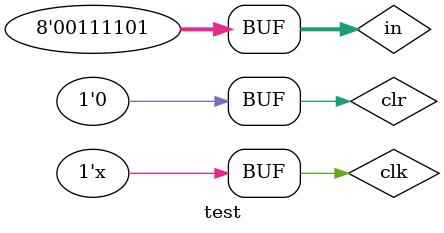
<source format=v>
`timescale 1ns / 1ps


module test;

	// Inputs
	reg [7:0] in;
	reg clk;
	reg clr;

	// Outputs
	wire out;

	// Instantiate the Unit Under Test (UUT)
	pipei_fsm uut (
		.in(in), 
		.clk(clk), 
		.clr(clr), 
		.out(out)
	);

	initial begin
		// Initialize Inputs
		in = 0;
		clk = 0;
		clr = 1;

		// Wait 100 ns for global reset to finish
		#100;
		clr = 0;
		in = " ";
		#10 in = " ";
		#10 in = "+";
		#10 in = " ";
		#10 in = "0";
		#10 in = "=";
		#10 in = "c";
		#10 in = "/";
		#10 in = "A";
		#10 in = "=";
		
        
		// Add stimulus here
		
	end
	always #5 clk = ~clk;
endmodule


</source>
